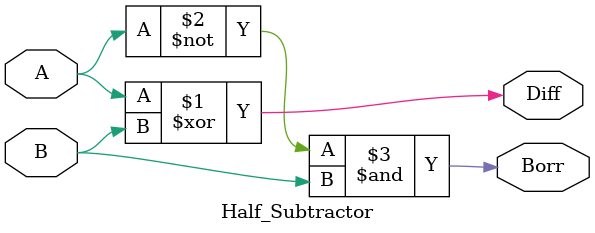
<source format=v>
module Half_Subtractor (A,B,Diff,Borr);
    input A,B;
    output Diff,Borr;
    assign Diff = A^B;
    assign Borr = ~A & B;
endmodule
</source>
